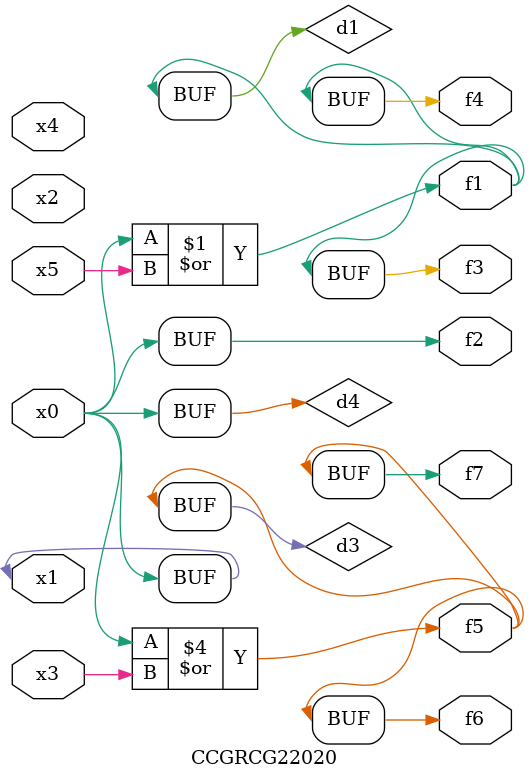
<source format=v>
module CCGRCG22020(
	input x0, x1, x2, x3, x4, x5,
	output f1, f2, f3, f4, f5, f6, f7
);

	wire d1, d2, d3, d4;

	or (d1, x0, x5);
	xnor (d2, x1, x4);
	or (d3, x0, x3);
	buf (d4, x0, x1);
	assign f1 = d1;
	assign f2 = d4;
	assign f3 = d1;
	assign f4 = d1;
	assign f5 = d3;
	assign f6 = d3;
	assign f7 = d3;
endmodule

</source>
